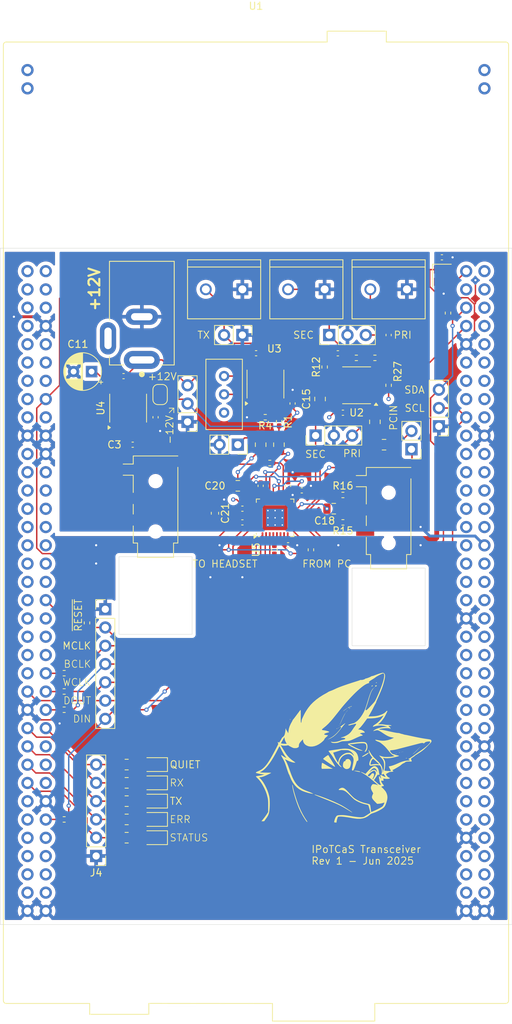
<source format=kicad_pcb>
(kicad_pcb (version 20241229) (generator "pcbnew") (generator_version "9.0")
  (layers (0 "F.Cu" signal) (4 "In1.Cu" signal) (6 "In2.Cu" signal) (2 "B.Cu" signal) (13 "F.Paste" user) (15 "B.Paste" user) (5 "F.SilkS" user "F.Silkscreen") (7 "B.SilkS" user "B.Silkscreen") (1 "F.Mask" user) (3 "B.Mask" user) (25 "Edge.Cuts" user))
  (net 0 "")
  (net 14 "+3.3VA")
  (net 58 "/PIEZO_TX_LO")
  (net 107 "GND")
  (net 108 "+3.3V")
  (net 109 "Net-(U4-CAP-)")
  (net 110 "+12V")
  (net 111 "-12V")
  (net 114 "Net-(U4-CAP+)")
  (net 115 "Net-(U2A-+)")
  (net 116 "Net-(D1-A)")
  (net 117 "Net-(D2-A)")
  (net 118 "Net-(D3-A)")
  (net 119 "Net-(D4-A)")
  (net 120 "Net-(D5-A)")
  (net 121 "/LED_QUIET")
  (net 122 "/LED_ERR")
  (net 123 "/LED_STATUS")
  (net 124 "/LED_RX")
  (net 125 "/LED_TX")
  (net 126 "Net-(JP1-A)")
  (net 127 "/LI_R")
  (net 128 "/PIEZO_TX")
  (net 129 "+5V")
  (net 130 "Net-(R3-Pad2)")
  (net 131 "Net-(R3-Pad1)")
  (net 133 "Net-(JP3-A)")
  (net 135 "/LI_L")
  (net 136 "/CODEC_DOUT")
  (net 137 "/CODEC_WCLK")
  (net 138 "/CODEC_BCLK")
  (net 139 "/CODEC_MCLK")
  (net 140 "/CODEC_DIN")
  (net 141 "/SCL")
  (net 142 "/SDA")
  (net 143 "Net-(U3-+)")
  (net 144 "/CODEC_~{RESET}")
  (net 145 "/AUDIO_CLK")
  (net 146 "/MICBIAS")
  (net 147 "/RX_PRI_PIEZO")
  (net 148 "/RX_SEC_PIEZO")
  (net 149 "Net-(U2B-+)")
  (net 150 "Net-(U5-REF)")
  (net 151 "/AVDD_1V8")
  (net 152 "/DVDD")
  (net 153 "/RX_PRI_MIC")
  (net 154 "Net-(U2A--)")
  (net 155 "/RX_SEC_MIC")
  (net 156 "Net-(U2B--)")
  (net 157 "/SPEAKER_OUT")
  (net 158 "Net-(U5-HPL)")
  (net 159 "Net-(U5-LOL)")
  (net 160 "/PC_OUT_MIXED")
  (net 161 "Net-(C18-Pad1)")
  (net 162 "Net-(U5-IN2_R)")
  (net 163 "Net-(C20-Pad2)")
  (net 164 "/HEADSET_MIC")
  (net 165 "/HEADSET_OUT")
  (net 166 "Net-(U5-HPR)")
  (net 167 "/PC_IN")
  (net 168 "Net-(U5-DOUT{slash}MFP2)")
  (net 177 "Net-(U1-PE2)")
  (net 178 "Net-(U1-PE4)")
  (net 179 "Net-(U1-PE5)")
  (net 180 "Net-(U1-PE6)")
  (net 181 "Net-(U5-LOR)")
  (net 184 "GNDA")
  (footprint "Capacitor_SMD:C_0402_1005Metric" (layer "F.Cu") (at 99.695 83.82)
    (property "Reference" "C10" (hide yes))
    (property "Value" "100nF")
  )
  (footprint "LED_SMD:LED_0805_2012Metric_Pad1.15x1.40mm_HandSolder" (layer "F.Cu") (at 73.455 137.795 180)
    (property "Reference" "D1" (hide yes))
    (property "Value" "LED")
  )
  (footprint "Capacitor_SMD:C_0603_1608Metric_Pad1.08x0.95mm_HandSolder" (layer "F.Cu") (at 81.915 97.79 -90)
    (property "Reference" "C21")
    (property "Value" "47µF")
  )
  (footprint "Capacitor_SMD:C_0805_2012Metric" (layer "F.Cu") (at 88.265 88.265 90)
    (property "Reference" "C16" (hide yes))
    (property "Value" "47µF")
  )
  (footprint "Capacitor_SMD:C_0402_1005Metric_Pad0.74x0.62mm_HandSolder" (layer "F.Cu") (at 98.9925 75.565 180)
    (property "Reference" "C7" (hide yes))
    (property "Value" "100nF")
  )
  (footprint "Resistor_SMD:R_0402_1005Metric_Pad0.72x0.64mm_HandSolder" (layer "F.Cu") (at 101.5625 76.2 180)
    (property "Reference" "R30" (hide yes))
    (property "Value" "220k")
  )
  (footprint "Connector_PinHeader_2.54mm:PinHeader_1x07_P2.54mm_Vertical" (layer "F.Cu") (at 66.675 111.125)
    (property "Reference" "J12" (hide yes))
    (property "Value" "Conn_01x07")
  )
  (footprint "Capacitor_SMD:C_0402_1005Metric" (layer "F.Cu") (at 88.265 93.98 90)
    (property "Reference" "C9" (hide yes))
    (property "Value" "100nF")
  )
  (footprint "Capacitor_SMD:C_0805_2012Metric" (layer "F.Cu") (at 85.09 93.98 180)
    (property "Reference" "C20")
    (property "Value" "47µF")
  )
  (footprint "Capacitor_SMD:C_0402_1005Metric" (layer "F.Cu") (at 93.98 94.615)
    (property "Reference" "C19" (hide yes))
    (property "Value" "100nF")
  )
  (footprint "LED_SMD:LED_0805_2012Metric_Pad1.15x1.40mm_HandSolder" (layer "F.Cu") (at 73.455 135.255 180)
    (property "Reference" "D2" (hide yes))
    (property "Value" "LED")
  )
  (footprint "LED_SMD:LED_0805_2012Metric_Pad1.15x1.40mm_HandSolder" (layer "F.Cu") (at 73.455 140.335 180)
    (property "Reference" "D4" (hide yes))
    (property "Value" "LED")
  )
  (footprint "Capacitor_SMD:C_0805_2012Metric" (layer "F.Cu") (at 98.425 97.155 180)
    (property "Reference" "C18")
    (property "Value" "47µF")
  )
  (footprint "Connector_PinHeader_2.54mm:PinHeader_1x06_P2.54mm_Vertical" (layer "F.Cu") (at 65.405 145.415 180)
    (property "Reference" "J4")
    (property "Value" "Conn_01x06")
  )
  (footprint "Connector_PinHeader_2.54mm:PinHeader_1x03_P2.54mm_Vertical" (layer "F.Cu") (at 78.105 85.09 180)
    (property "Reference" "J10" (hide yes))
    (property "Value" "Conn_01x03")
  )
  (footprint "Barrel:CUI_PJ-002B" (layer "F.Cu") (at 71.755 76.485 90)
    (property "Reference" "J5" (hide yes))
    (property "Value" "Barrel_Jack_Switch")
  )
  (footprint "ScrewTerminal:TE_282837-2" (layer "F.Cu") (at 94.615 66.675 180)
    (property "Reference" "J3" (hide yes))
    (property "Value" "Screw_Terminal_01x02")
  )
  (footprint "Resistor_SMD:R_0402_1005Metric" (layer "F.Cu") (at 60.96 120.015 180)
    (property "Reference" "R6" (hide yes))
    (property "Value" "10")
  )
  (footprint "Capacitor_SMD:C_0805_2012Metric" (layer "F.Cu") (at 90.805 88.265 90)
    (property "Reference" "C17" (hide yes))
    (property "Value" "47µF")
  )
  (footprint "Resistor_SMD:R_0805_2012Metric_Pad1.20x1.40mm_HandSolder" (layer "F.Cu") (at 69.645 132.715)
    (property "Reference" "R23" (hide yes))
    (property "Value" "1k")
  )
  (footprint "Connector_PinHeader_2.54mm:PinHeader_1x03_P2.54mm_Vertical" (layer "F.Cu") (at 95.9 86.995 90)
    (property "Reference" "J8" (hide yes))
    (property "Value" "Conn_01x03")
  )
  (footprint "Capacitor_THT:CP_Radial_D5.0mm_P2.50mm" (layer "F.Cu") (at 64.77 78.105 180)
    (property "Reference" "C11")
    (property "Value" "100µF")
  )
  (footprint "ScrewTerminal:TE_282837-2" (layer "F.Cu") (at 83.185 66.675 180)
    (property "Reference" "J1" (hide yes))
    (property "Value" "Screw_Terminal_01x02")
  )
  (footprint "Capacitor_SMD:C_0805_2012Metric" (layer "F.Cu") (at 104.14 85.09 -90)
    (property "Reference" "C14" (hide yes))
    (property "Value" "47µF")
  )
  (footprint "Resistor_SMD:R_0402_1005Metric" (layer "F.Cu") (at 89.535 90.805)
    (property "Reference" "R29" (hide yes))
    (property "Value" "2.2k")
  )
  (footprint "Capacitor_SMD:C_0402_1005Metric" (layer "F.Cu") (at 87.63 75.555 180)
    (property "Reference" "C2" (hide yes))
    (property "Value" "100nF")
  )
  (footprint "Connector_Audio:Jack_3.5mm_PJ320D_Horizontal" (layer "F.Cu") (at 73.66 95.555 90)
    (property "Reference" "J11" (hide yes))
    (property "Value" "AudioJack4")
  )
  (footprint "Capacitor_SMD:C_0402_1005Metric" (layer "F.Cu") (at 113.45 62.23)
    (property "Reference" "C1" (hide yes))
    (property "Value" "100nF")
  )
  (footprint "Potentiometer_THT:Potentiometer_Bourns_3296W_Vertical" (layer "F.Cu") (at 83.185 78.73 90)
    (property "Reference" "R3" (hide yes))
    (property "Value" "10k")
  )
  (footprint "Resistor_SMD:R_0402_1005Metric" (layer "F.Cu") (at 60.96 140.335 180)
    (property "Reference" "R7" (hide yes))
    (property "Value" "22")
  )
  (footprint "Resistor_SMD:R_0402_1005Metric" (layer "F.Cu") (at 64.135 113.03 90)
    (property "Reference" "R28" (hide yes))
    (property "Value" "10k")
  )
  (footprint "Capacitor_SMD:C_0402_1005Metric" (layer "F.Cu") (at 85.725 97.155 180)
    (property "Reference" "C22" (hide yes))
    (property "Value" "100nF")
  )
  (footprint "Capacitor_SMD:C_0402_1005Metric" (layer "F.Cu") (at 70.485 88.265)
    (property "Reference" "C3")
    (property "Value" "10µF")
  )
  (footprint "Package_DFN_QFN:QFN-32-1EP_5x5mm_P0.5mm_EP3.45x3.45mm_ThermalVias" (layer "F.Cu") (at 90.2725 98.425 90)
    (property "Reference" "U5")
    (property "Value" "~")
  )
  (footprint "Module:ST_Morpho_Connector_144_STLink" (layer "F.Cu") (at 55.865 64.15)
    (property "Reference" "U1")
    (property "Value" "NUCLEO144-F767ZI")
  )
  (footprint "Capacitor_SMD:C_0402_1005Metric" (layer "F.Cu") (at 92.075 93.98 90)
    (property "Reference" "C8" (hide yes))
    (property "Value" "100nF")
  )
  (footprint "Resistor_SMD:R_0402_1005Metric" (layer "F.Cu") (at 99.695 99.06 180)
    (property "Reference" "R15")
    (property "Value" "1k")
  )
  (footprint "LED_SMD:LED_0805_2012Metric_Pad1.15x1.40mm_HandSolder" (layer "F.Cu") (at 73.455 132.715 180)
    (property "Reference" "D3" (hide yes))
    (property "Value" "LED")
  )
  (footprint "Package_SO:SOIC-8_3.9x4.9mm_P1.27mm" (layer "F.Cu") (at 101.6 80.01 180)
    (property "Reference" "U2")
    (property "Value" "MCP602")
  )
  (footprint "Capacitor_SMD:C_0805_2012Metric" (layer "F.Cu") (at 105.41 88.265)
    (property "Reference" "C24" (hide yes))
    (property "Value" "47µF")
  )
  (footprint "Resistor_SMD:R_0402_1005Metric_Pad0.72x0.64mm_HandSolder" (layer "F.Cu") (at 104.14 76.2 180)
    (property "Reference" "R10" (hide yes))
    (property "Value" "470k")
  )
  (footprint "Connector_PinHeader_2.54mm:PinHeader_1x03_P2.54mm_Vertical" (layer "F.Cu") (at 97.79 73.025 90)
    (property "Reference" "J7" (hide yes))
    (property "Value" "Conn_01x03")
  )
  (footprint "Resistor_SMD:R_0402_1005Metric_Pad0.72x0.64mm_HandSolder" (layer "F.Cu") (at 97.155 77.47 90)
    (property "Reference" "R12")
    (property "Value" "470k")
  )
  (footprint "Resistor_SMD:R_0805_2012Metric_Pad1.20x1.40mm_HandSolder" (layer "F.Cu") (at 69.645 137.795)
    (property "Reference" "R21" (hide yes))
    (property "Value" "1k")
  )
  (footprint "Package_SO:SOIC-8_3.9x4.9mm_P1.27mm" (layer "F.Cu") (at 69.85 83.185 90)
    (property "Reference" "U4")
    (property "Value" "TC7662Bx0A")
  )
  (footprint "Capacitor_SMD:C_0402_1005Metric_Pad0.74x0.62mm_HandSolder" (layer "F.Cu") (at 106.045 73.025 -90)
    (property "Reference" "C6" (hide yes))
    (property "Value" "100nF")
  )
  (footprint "Package_SO:SOP-8_3.9x4.9mm_P1.27mm" (layer "F.Cu") (at 88.93 79.84 90)
    (property "Reference" "U3")
    (property "Value" "LM741")
  )
  (footprint "Resistor_SMD:R_0402_1005Metric" (layer "F.Cu") (at 114.3 69.975 -90)
    (property "Reference" "R2" (hide yes))
    (property "Value" "4.7k")
  )
  (footprint "Resistor_SMD:R_0805_2012Metric_Pad1.20x1.40mm_HandSolder" (layer "F.Cu") (at 69.645 135.255)
    (property "Reference" "R22" (hide yes))
    (property "Value" "1k")
  )
  (footprint "Resistor_SMD:R_0805_2012Metric_Pad1.20x1.40mm_HandSolder" (layer "F.Cu") (at 69.645 140.335)
    (property "Reference" "R24" (hide yes))
    (property "Value" "1k")
  )
  (footprint "Careers:salixwhat_1in" (layer "F.Cu") (at 99.695 130.175)
    (property "Reference" "G***" (hide yes))
    (property "Value" "LOGO" (hide yes))
  )
  (footprint "Connector_PinHeader_2.54mm:PinHeader_1x03_P2.54mm_Vertical" (layer "F.Cu") (at 113.03 85.71 180)
    (property "Reference" "J13" (hide yes))
    (property "Value" "Conn_01x03")
  )
  (footprint "Connector_PinSocket_2.54mm:PinSocket_1x02_P2.54mm_Vertical" (layer "F.Cu") (at 85.09 88.265 -90)
    (property "Reference" "J14" (hide yes))
    (property "Value" "Conn_01x02")
  )
  (footprint "Resistor_SMD:R_0402_1005Metric" (layer "F.Cu") (at 99.695 95.25 180)
    (property "Reference" "R16")
    (property "Value" "1k")
  )
  (footprint "Resistor_SMD:R_0402_1005Metric_Pad0.72x0.64mm_HandSolder" (layer "F.Cu") (at 90.835 85.0525 90)
    (property "Reference" "R1")
    (property "Value" "1k")
  )
  (footprint "Resistor_SMD:R_0402_1005Metric_Pad0.72x0.64mm_HandSolder" (layer "F.Cu") (at 88.9 84.445 180)
    (property "Reference" "R4")
    (property "Value" "22k")
  )
  (footprint "Connector_PinHeader_2.54mm:PinHeader_1x02_P2.54mm_Vertical" (layer "F.Cu") (at 109.22 88.9 180)
    (property "Reference" "JP1" (hide yes))
    (property "Value" "Jumper_2_Open")
  )
  (footprint "Capacitor_SMD:C_0402_1005Metric" (layer "F.Cu") (at 73.66 84.455 -90)
    (property "Reference" "C4" (hide yes))
    (property "Value" "10µF")
  )
  (footprint "Resistor_SMD:R_0402_1005Metric" (layer "F.Cu") (at 90.17 102.87 90)
    (property "Reference" "R11" (hide yes))
    (property "Value" "22")
  )
  (footprint "LED_SMD:LED_0805_2012Metric_Pad1.15x1.40mm_HandSolder" (layer "F.Cu") (at 73.455 142.875 180)
    (property "Reference" "D5" (hide yes))
    (property "Value" "LED")
  )
  (footprint "ScrewTerminal:TE_282837-2" (layer "F.Cu") (at 106.045 66.675 180)
    (property "Reference" "J2" (hide yes))
    (property "Value" "Screw_Terminal_01x02")
  )
  (footprint "Connector_PinHeader_2.54mm:PinHeader_1x02_P2.54mm_Vertical" (layer "F.Cu") (at 85.725 73.025 -90)
    (property "Reference" "J9" (hide yes))
    (property "Value" "Conn_01x02")
  )
  (footprint "Capacitor_SMD:C_0402_1005Metric" (layer "F.Cu") (at 92.7 82.54 90)
    (property "Reference" "C5" (hide yes))
    (property "Value" "100nF")
  )
  (footprint "Jumper:SolderJumper-2_P1.3mm_Bridged_RoundedPad1.0x1.5mm" (layer "F.Cu") (at 74.295 81.295 -90)
    (property "Reference" "JP3" (hide yes))
    (property "Value" "SolderJumper_2_Bridged")
  )
  (footprint "Capacitor_SMD:C_0402_1005Metric" (layer "F.Cu") (at 69.215 78.74 180)
    (property "Reference" "C12" (hide yes))
    (property "Value" "100nF")
  )
  (footprint "Resistor_SMD:R_0402_1005Metric" (layer "F.Cu") (at 60.96 125.095 180)
    (property "Reference" "R9" (hide yes))
    (property "Value" "22")
  )
  (footprint "Resistor_SMD:R_0402_1005Metric" (layer "F.Cu") (at 95.25 102.87 90)
    (property "Reference" "R5" (hide yes))
    (property "Value" "4.7k")
  )
  (footprint "Resistor_SMD:R_0402_1005Metric_Pad0.72x0.64mm_HandSolder" (layer "F.Cu") (at 106.045 80.01 90)
    (property "Reference" "R27")
    (property "Value" "220k")
  )
  (footprint "Capacitor_SMD:C_0402_1005Metric" (layer "F.Cu") (at 92.075 102.235)
    (property "Reference" "C23" (hide yes))
    (property "Value" "100nF")
  )
  (footprint "Capacitor_SMD:C_0805_2012Metric" (layer "F.Cu") (at 96.52 81.915 -90)
    (property "Reference" "C15")
    (property "Value" "47µF")
  )
  (footprint "Resistor_SMD:R_0402_1005Metric" (layer "F.Cu") (at 60.96 122.555 180)
    (property "Reference" "R8" (hide yes))
    (property "Value" "22")
  )
  (footprint "Oscillator:Oscillator_SMD_SeikoEpson_SG210-4Pin_2.5x2.0mm" (layer "F.Cu") (at 113.45 64.785 -90)
    (property "Reference" "Y1" (hide yes))
    (property "Value" "SG-210STF")
  )
  (footprint "Connector_Audio:Jack_3.5mm_PJ320D_Horizontal" (layer "F.Cu") (at 106.045 97.155 90)
    (property "Reference" "J6" (hide yes))
    (property "Value" "AudioJack4")
  )
  (footprint "Capacitor_SMD:C_0402_1005Metric" (layer "F.Cu") (at 85.725 99.06 180)
    (property "Reference" "C13" (hide yes))
    (property "Value" "100nF")
  )
  (footprint "Resistor_SMD:R_0805_2012Metric_Pad1.20x1.40mm_HandSolder" (layer "F.Cu") (at 69.645 142.875)
    (property "Reference" "R25" (hide yes))
    (property "Value" "1k")
  )
  (gr_line (start 75.565 83.82) (end 76.2 83.185) (stroke (width 0.1)) (layer "F.SilkS"))
  (gr_line (start 76.2 83.185) (end 76.2 83.82) (stroke (width 0.1)) (layer "F.SilkS"))
  (gr_line (start 76.2 83.185) (end 75.565 83.185) (stroke (width 0.1)) (layer "F.SilkS"))
  (gr_line (start 75.565 83.185) (end 76.2 83.185) (stroke (width 0.1)) (layer "F.SilkS"))
  (gr_rect (start 68.58 103.8225) (end 78.74 114.6175) (stroke (width 0.05)) (fill no) (layer "Edge.Cuts"))
  (gr_rect (start 52.07 60.96) (end 123.19 154.94) (stroke (width 0.05)) (fill no) (layer "Edge.Cuts"))
  (gr_rect (start 100.965 105.41) (end 111.125 116.205) (stroke (width 0.05)) (fill no) (layer "Edge.Cuts"))
  (gr_text "ERR" (at 75.565 140.335 0) (layer "F.SilkS") (effects (font (size 1 1) (thickness 0.1)) (justify left)))
  (gr_text "STATUS" (at 75.565 142.875 0) (layer "F.SilkS") (effects (font (size 1 1) (thickness 0.1)) (justify left)))
  (gr_text "IPoTCaS Transceiver\nRev 1 - Jun 2025" (at 95.25 146.685 0) (layer "F.SilkS") (effects (font (size 1 1) (thickness 0.125)) (justify left bottom)))
  (gr_text "TX" (at 81.28 73.025 0) (layer "F.SilkS") (effects (font (size 1 1) (thickness 0.125)) (justify right)))
  (gr_text "RX" (at 75.565 135.255 0) (layer "F.SilkS") (effects (font (size 1 1) (thickness 0.1)) (justify left)))
  (gr_text "-12V" (at 76.2 88.265 90) (layer "F.SilkS") (effects (font (size 1 1) (thickness 0.125)) (justify left bottom)))
  (gr_text "TX" (at 75.565 137.795 0) (layer "F.SilkS") (effects (font (size 1 1) (thickness 0.125)) (justify left)))
  (gr_text "PCIN" (at 107.315 86.36 90) (layer "F.SilkS") (effects (font (size 1 1) (thickness 0.125)) (justify left bottom)))
  (gr_text "MCLK" (at 64.77 116.205 0) (layer "F.SilkS") (effects (font (size 1 1) (thickness 0.125)) (justify right)))
  (gr_text "+12V" (at 66.04 69.85 90) (layer "F.SilkS") (effects (font (size 1.5 1.5) (thickness 0.3) (bold yes)) (justify left bottom)))
  (gr_text "SEC" (at 92.71 73.025 0) (layer "F.SilkS") (effects (font (size 1 1) (thickness 0.125)) (justify left)))
  (gr_text "FROM PC" (at 93.98 105.41 0) (layer "F.SilkS") (effects (font (size 1 1) (thickness 0.125)) (justify left bottom)))
  (gr_text "~{RESET}" (at 63.5 114.3 90) (layer "F.SilkS") (effects (font (size 1 1) (thickness 0.125)) (justify left bottom)))
  (gr_text "QUIET" (at 75.565 132.715 0) (layer "F.SilkS") (effects (font (size 1 1) (thickness 0.125)) (justify left)))
  (gr_text "BCLK" (at 64.77 118.745 0) (layer "F.SilkS") (effects (font (size 1 1) (thickness 0.1)) (justify right)))
  (gr_text "DIN" (at 64.77 126.365 0) (layer "F.SilkS") (effects (font (size 1 1) (thickness 0.1)) (justify right)))
  (gr_text "SEC" (at 95.885 89 0) (layer "F.SilkS") (effects (font (size 1 1) (thickness 0.125)) (justify top)))
  (gr_text "+12V" (at 74.595 79.375 0) (layer "F.SilkS") (effects (font (size 1 1) (thickness 0.125)) (justify bottom)))
  (gr_text "DOUT" (at 64.77 123.825 0) (layer "F.SilkS") (effects (font (size 1 1) (thickness 0.1)) (justify right)))
  (gr_text "SDA" (at 111.125 80.645 0) (layer "F.SilkS") (effects (font (size 1 1) (thickness 0.125)) (justify right)))
  (gr_text "PRI" (at 106.68 73.025 0) (layer "F.SilkS") (effects (font (size 1 1) (thickness 0.125)) (justify left)))
  (gr_text "TO HEADSET" (at 78.74 105.41 0) (layer "F.SilkS") (effects (font (size 1 1) (thickness 0.125)) (justify left bottom)))
  (gr_text "PRI" (at 100.965 88.9 0) (layer "F.SilkS") (effects (font (size 1 1) (thickness 0.125)) (justify top)))
  (gr_text "SCL" (at 111.125 83.185 0) (layer "F.SilkS") (effects (font (size 1 1) (thickness 0.125)) (justify right)))
  (gr_text "WCLK" (at 64.77 121.285 0) (layer "F.SilkS") (effects (font (size 1 1) (thickness 0.1)) (justify right)))
  (segment (start 99.125 83.73) (end 99.215 83.82) (width 0.2) (layer "F.Cu") (net 14))
  (segment (start 102.16 79.144968) (end 102.16 76.2) (width 0.2) (layer "F.Cu") (net 14))
  (segment (start 84.935 95.885) (end 84.455 95.885) (width 0.2) (layer "F.Cu") (net 14))
  (segment (start 101.188032 81.915) (end 103.059032 80.044) (width 0.2) (layer "F.Cu") (net 14))
  (segment (start 86.205 97.155) (end 84.935 95.885) (width 0.2) (layer "F.Cu") (net 14))
  (segment (start 87.835 97.175) (end 86.225 97.175) (width 0.2) (layer "F.Cu") (net 14))
  (segment (start 86.225 97.175) (end 86.205 97.155) (width 0.2) (layer "F.Cu") (net 14))
  (segment (start 98.425 83.82) (end 97.79 84.455) (width 0.2) (layer "F.Cu") (net 14))
  (segment (start 99.125 81.915) (end 101.188032 81.915) (width 0.2) (layer "F.Cu") (net 14))
  (segment (start 106.045 80.6075) (end 106.045 81.915) (width 0.2) (layer "F.Cu") (net 14))
  (segment (start 99.125 81.915) (end 99.125 83.73) (width 0.2) (layer "F.Cu") (net 14))
  (segment (start 107.9875 80.6075) (end 106.045 80.6075) (width 0.2) (layer "F.Cu") (net 14))
  (segment (start 103.059032 80.044) (end 102.16 79.144968) (width 0.2) (layer "F.Cu") (net 14))
  (segment (start 105.4815 80.044) (end 106.045 80.6075) (width 0.2) (layer "F.Cu") (net 14))
  (segment (start 116.825 71.77) (end 107.9875 80.6075) (width 0.2) (layer "F.Cu") (net 14))
  (segment (start 99.215 83.82) (end 98.425 83.82) (width 0.2) (layer "F.Cu") (net 14))
  (segment (start 103.059032 80.044) (end 105.4815 80.044) (width 0.2) (layer "F.Cu") (net 14))
  (via (at 84.455 95.885) (size 0.6) (drill 0.3) (layers "F.Cu" "B.Cu") (net 14))
  (via (at 106.045 81.915) (size 0.6) (drill 0.3) (layers "F.Cu" "B.Cu") (net 14))
  (via (at 97.79 84.455) (size 0.6) (drill 0.3) (layers "F.Cu" "B.Cu") (net 14))
  (segment (start 90.805 85.68) (end 90.835 85.65) (width 0.2) (layer "F.Cu") (net 58))
  (segment (start 90.805 87.315) (end 90.805 85.68) (width 0.2) (layer "F.Cu") (net 58))
  (segment (start 86.056 98.249) (end 87.761 98.249) (width 0.2) (layer "F.Cu") (net 107))
  (segment (start 91.921 101.601) (end 92.555 102.235) (width 0.2) (layer "F.Cu") (net 107))
  (segment (start 91.5225 100.8625) (end 91.5225 101.315798) (width 0.2) (layer "F.Cu") (net 107))
  (segment (start 118.11 68.61924) (end 118.11 65.405) (width 0.2) (layer "F.Cu") (net 107))
  (segment (start 97.79 102.235) (end 99.06 102.235) (width 0.2) (layer "F.Cu") (net 107))
  (segment (start 113.93 62.23) (end 114.935 62.23) (width 0.2) (layer "F.Cu") (net 107))
  (segment (start 117.976 73.159) (end 117.976 68.75324) (width 0.2) (layer "F.Cu") (net 107))
  (segment (start 92.71 98.675) (end 94.23 98.675) (width 0.2) (layer "F.Cu") (net 107))
  (segment (start 85.245 99.06) (end 86.056 98.249) (width 0.2) (layer "F.Cu") (net 107))
  (segment (start 116.825 74.31) (end 117.976 73.159) (width 0.2) (layer "F.Cu") (net 107))
  (segment (start 55.865 125.11) (end 57.254 126.499) (width 0.2) (layer "F.Cu") (net 107))
  (segment (start 92.555 102.235) (end 93.345 102.235) (width 0.2) (layer "F.Cu") (net 107))
  (segment (start 94.23 98.675) (end 97.79 102.235) (width 0.2) (layer "F.Cu") (net 107))
  (segment (start 57.254 126.499) (end 59.824 126.499) (width 0.2) (layer "F.Cu") (net 107))
  (segment (start 117.976 68.75324) (end 117.06376 67.841) (width 0.2) (layer "F.Cu") (net 107))
  (segment (start 59.824 126.499) (end 60.325 127) (width 0.2) (layer "F.Cu") (net 107))
  (segment (start 91.807702 101.601) (end 91.921 101.601) (width 0.2) (layer "F.Cu") (net 107))
  (segment (start 57.12 70.485) (end 53.975 70.485) (width 0.4) (layer "F.Cu") (net 107))
  (segment (start 58.405 71.77) (end 57.12 70.485) (width 0.4) (layer "F.Cu") (net 107))
  (segment (start 113.695 67.28) (end 112.8 66.385) (width 0.2) (layer "F.Cu") (net 107))
  (segment (start 117.976 68.75324) (end 118.11 68.61924) (width 0.2) (layer "F.Cu") (net 107))
  (segment (start 117.06376 67.841) (end 114.256 67.841) (width 0.2) (layer "F.Cu") (net 107))
  (segment (start 87.761 98.249) (end 87.835 98.175) (width 0.2) (layer "F.Cu") (net 107))
  (segment (start 91.5225 101.315798) (end 91.807702 101.601) (width 0.2) (layer "F.Cu") (net 107))
  (segment (start 112.8 66.385) (end 112.8 65.635) (width 0.2) (layer "F.Cu") (net 107))
  (segment (start 82.55 100.965) (end 82.55 102.235) (width 0.2) (layer "F.Cu") (net 107))
  (segment (start 114.256 67.841) (end 113.695 67.28) (width 0.2) (layer "F.Cu") (net 107))
  (segment (start 85.245 99.06) (end 84.455 99.06) (width 0.2) (layer "F.Cu") (net 107))
  (segment (start 84.455 99.06) (end 82.55 100.965) (width 0.2) (layer "F.Cu") (net 107))
  (via (at 118.11 65.405) (size 0.6) (drill 0.3) (layers "F.Cu" "B.Cu") (net 107))
  (via (at 53.975 70.485) (size 0.6) (drill 0.3) (layers "F.Cu" "B.Cu") (net 107))
  (via (at 65.405 104.775) (size 0.6) (drill 0.3) (layers "F.Cu" "B.Cu") (net 107))
  (via (at 99.06 102.235) (size 0.6) (drill 0.3) (layers "F.Cu" "B.Cu") (net 107))
  (via (at 110.49 102.235) (size 0.6) (drill 0.3) (layers "F.Cu" "B.Cu") (net 107))
  (via (at 113.695 67.28) (size 0.6) (drill 0.3) (layers "F.Cu" "B.Cu") (net 107))
  (via (at 60.325 127) (size 0.6) (drill 0.3) (layers "F.Cu" "B.Cu") (net 107))
  (via (at 85.725 106.68) (size 0.6) (drill 0.3) (layers "F.Cu" "B.Cu") (net 107))
  (via (at 93.345 102.235) (size 0.6) (drill 0.3) (layers "F.Cu" "B.Cu") (net 107))
  (via (at 65.405 102.235) (size 0.6) (drill 0.3) (layers "F.Cu" "B.Cu") (net 107))
  (via (at 114.935 62.23) (size 0.6) (drill 0.3) (layers "F.Cu" "B.Cu") (net 107))
  (via (at 81.28 106.68) (size 0.6) (drill 0.3) (layers "F.Cu" "B.Cu") (net 107))
  (via (at 82.55 102.235) (size 0.6) (drill 0.3) (layers "F.Cu" "B.Cu") (net 107))
  (segment (start 112.97 62.23) (end 112.97 63.765) (width 0.2) (layer "F.Cu") (net 108))
  (segment (start 60.325 80.01) (end 58.405 81.93) (width 0.2) (layer "F.Cu") (net 108))
  (segment (start 57.15 102.62276) (end 57.92824 103.401) (width 0.2) (layer "F.Cu") (net 108))
  (segment (start 60.325 67.945) (end 60.325 80.01) (width 0.2) (layer "F.Cu") (net 108))
  (segment (start 57.15 83.185) (end 57.15 102.62276) (width 0.2) (layer "F.Cu") (net 108))
  (segment (start 91.0225 101.9725) (end 91.285 102.235) (width 0.2) (layer "F.Cu") (net 108))
  (segment (start 86.3639 99.884) (end 85.99066 99.884) (width 0.2) (layer "F.Cu") (net 108))
  (segment (start 87.0729 99.175) (end 86.3639 99.884) (width 0.2) (layer "F.Cu") (net 108))
  (segment (start 114.3 68.83) (end 114.3 69.465) (width 0.2) (layer "F.Cu") (net 108))
  (segment (start 91.285 102.235) (end 91.595 102.235) (width 0.2) (layer "F.Cu") (net 108))
  (segment (start 111.76 63.935) (end 111.76 66.29) (width 0.2) (layer "F.Cu") (net 108))
  (segment (start 91.595 102.235) (end 91.595 102.545) (width 0.2) (layer "F.Cu") (net 108))
  (segment (start 111.76 66.29) (end 114.3 68.83) (width 0.2) (layer "F.Cu") (net 108))
  (segment (start 68.682558 102.87) (end 83.82 102.87) (width 0.2) (layer "F.Cu") (net 108))
  (segment (start 91.595 102.545) (end 92.43 103.38) (width 0.2) (layer "F.Cu") (net 108))
  (segment (start 91.0225 100.8625) (end 91.0225 101.9725) (width 0.2) (layer "F.Cu") (net 108))
  (segment (start 111.76 63.935) (end 112.8 63.935) (width 0.2) (layer "F.Cu") (net 108))
  (segment (start 87.835 99.175) (end 87.0729 99.175) (width 0.2) (layer "F.Cu") (net 108))
  (segment (start 64.77 64.135) (end 64.97 63.935) (width 0.2) (layer "F.Cu") (net 108))
  (segment (start 114.1 63.935) (end 112.8 63.935) (width 0.2) (layer "F.Cu") (net 108))
  (segment (start 83.82 102.05466) (end 83.82 102.87) (width 0.2) (layer "F.Cu") (net 108))
  (segment (start 57.92824 103.401) (end 68.151558 103.401) (width 0.2) (layer "F.Cu") (net 108))
  (segment (start 64.135 64.135) (end 60.325 67.945) (width 0.2) (layer "F.Cu") (net 108))
  (segment (start 58.405 81.93) (end 57.15 83.185) (width 0.2) (layer "F.Cu") (net 108))
  (segment (start 95.25 103.38) (end 92.43 103.38) (width 0.2) (layer "F.Cu") (net 108))
  (segment (start 64.97 63.935) (end 111.76 63.935) (width 0.2) (layer "F.Cu") (net 108))
  (segment (start 85.99066 99.884) (end 83.82 102.05466) (width 0.2) (layer "F.Cu") (net 108))
  (segment (start 68.151558 103.401) (end 68.682558 102.87) (width 0.2) (layer "F.Cu") (net 108))
  (segment (start 112.97 63.765) (end 112.8 63.935) (width 0.2) (layer "F.Cu") (net 108))
  (segment (start 64.135 64.135) (end 64.77 64.135) (width 0.2) (layer "F.Cu") (net 108))
  (via (at 92.43 103.38) (size 0.6) (drill 0.3) (layers "F.Cu" "B.Cu") (net 108))
  (via (at 83.82 102.87) (size 0.6) (drill 0.3) (layers "F.Cu" "B.Cu") (net 108))
  (segment (start 83.82 102.87) (end 91.92 102.87) (width 0.2) (layer "B.Cu") (net 108))
  (segment (start 91.92 102.87) (end 92.43 103.38) (width 0.2) (layer "B.Cu") (net 108))
  (segment (start 70.965 88.265) (end 71.755 87.475) (width 0.2) (layer "F.Cu") (net 109))
  (segment (start 71.755 87.475) (end 71.755 85.66) (width 0.2) (layer "F.Cu") (net 109))
  (segment (start 74.58 76.485) (end 78.105 80.01) (width 0.2) (layer "F.Cu") (net 110))
  (segment (start 83.171 74.944) (end 87.499 74.944) (width 0.2) (layer "F.Cu") (net 110))
  (segment (start 67.945 79.735001) (end 67.945 80.71) (width 0.2) (layer "F.Cu") (net 110))
  (segment (start 69.695 78.74) (end 69.001 79.434) (width 0.2) (layer "F.Cu") (net 110))
  (segment (start 65.34 78.105) (end 64.77 78.105) (width 0.2) (layer "F.Cu") (net 110))
  (segment (start 67.945 85.66) (end 67.945 80.71) (width 0.2) (layer "F.Cu") (net 110))
  (segment (start 88.11 77.03) (end 88.295 77.215) (width 0.2) (layer "F.Cu") (net 110))
  (segment (start 69.695 78.545) (end 69.695 78.74) (width 0.2) (layer "F.Cu") (net 110))
  (segment (start 71.755 76.485) (end 69.695 78.545) (width 0.2) (layer "F.Cu") (net 110))
  (segment (start 71.755 76.485) (end 74.58 76.485) (width 0.2) (layer "F.Cu") (net 110))
  (segment (start 87.499 74.944) (end 88.11 75.555) (width 0.2) (layer "F.Cu") (net 110))
  (segment (start 88.41 77.1) (end 88.295 77.215) (width 0.2) (layer "F.Cu") (net 110))
  (segment (start 88.11 75.555) (end 88.11 77.03) (width 0.2) (layer "F.Cu") (net 110))
  (segment (start 67.945 80.71) (end 65.34 78.105) (width 0.2) (layer "F.Cu") (net 110))
  (segment (start 78.105 80.01) (end 83.171 74.944) (width 0.2) (layer "F.Cu") (net 110))
  (segment (start 68.246001 79.434) (end 67.945 79.735001) (width 0.2) (layer "F.Cu") (net 110))
  (segment (start 69.001 79.434) (end 68.246001 79.434) (width 0.2) (layer "F.Cu") (net 110))
  (segment (start 73.66 83.975) (end 73.66 82.58) (width 0.2) (layer "F.Cu") (net 111))
  (segment (start 90.835 82.465) (end 91.39 83.02) (width 0.2) (layer "F.Cu") (net 111))
  (segment (start 92.7 83.02) (end 92.7 83.175) (width 0.2) (layer "F.Cu") (net 111))
  (segment (start 77.5 81.945) (end 78.105 82.55) (width 0.2) (layer "F.Cu") (net 111))
  (segment (start 92.7 83.175) (end 93.345 83.82) (width 0.2) (layer "F.Cu") (net 111))
  (segment (start 74.295 81.945) (end 77.5 81.945) (width 0.2) (layer "F.Cu") (net 111))
  (segment (start 73.66 82.58) (end 74.295 81.945) (width 0.2) (layer "F.Cu") (net 111))
  (segment (start 91.39 83.02) (end 92.7 83.02) (width 0.2) (layer "F.Cu") (net 111))
  (via (at 93.345 83.82) (size 0.6) (drill 0.3) (layers "F.Cu" "B.Cu") (net 111))
  (segment (start 91.44 85.725) (end 81.28 85.725) (width 0.2) (layer "B.Cu") (net 111))
  (segment (start 93.345 83.82) (end 91.44 85.725) (width 0.2) (layer "B.Cu") (net 111))
  (segment (start 81.28 85.725) (end 78.105 82.55) (width 0.2) (layer "B.Cu") (net 111))
  (segment (start 70.005 88.265) (end 69.215 87.475) (width 0.2) (layer "F.Cu") (net 114))
  (segment (start 69.215 87.475) (end 69.215 85.66) (width 0.2) (layer "F.Cu") (net 114))
  (segment (start 104.7375 76.2) (end 105.41 76.2) (width 0.2) (layer "F.Cu") (net 115))
  (segment (start 104.1125 79.4125) (end 104.075 79.375) (width 0.2) (layer "F.Cu") (net 115))
  (segment (start 106.045 79.4125) (end 104.1125 79.4125) (width 0.2) (layer "F.Cu") (net 115))
  (segment (start 106.045 76.835) (end 106.045 79.4125) (width 0.2) (layer "F.Cu") (net 115))
  (segment (start 106.045 73.5925) (end 106.045 76.835) (width 0.2) (layer "F.Cu") (net 115))
  (segment (start 105.41 76.2) (end 106.045 76.835) (width 0.2) (layer "F.Cu") (net 115))
  (segment (start 70.645 137.795) (end 72.6675 137.795) (width 0.2) (layer "F.Cu") (net 116))
  (segment (start 72.6675 135.255) (end 70.645 135.255) (width 0.2) (layer "F.Cu") (net 117))
  (segment (start 70.645 132.715) (end 72.6675 132.715) (width 0.2) (layer "F.Cu") (net 118))
  (segment (start 72.6675 140.335) (end 70.645 140.335) (width 0.2) (layer "F.Cu") (net 119))
  (segment (start 70.645 142.875) (end 72.6675 142.875) (width 0.2) (layer "F.Cu") (net 120))
  (segment (start 63.47 132.715) (end 65.405 132.715) (width 0.2) (layer "F.Cu") (net 121))
  (segment (start 58.405 127.65) (end 63.47 132.715) (width 0.2) (layer "F.Cu") (net 121))
  (segment (start 65.405 132.715) (end 68.645 132.715) (width 0.2) (layer "F.Cu") (net 121))
  (segment (start 65.405 140.335) (end 58.951 133.881) (width 0.2) (layer "F.Cu") (net 122))
  (segment (start 57.016 133.881) (end 55.865 132.73) (width 0.2) (layer "F.Cu") (net 122))
  (segment (start 68.645 140.335) (end 65.405 140.335) (width 0.2) (layer "F.Cu") (net 122))
  (segment (start 58.951 133.881) (end 57.016 133.881) (width 0.2) (layer "F.Cu") (net 122))
  (segment (start 55.865 135.27) (end 57.016 136.421) (width 0.2) (layer "F.Cu") (net 123))
  (segment (start 64.135 141.605) (end 65.405 142.875) (width 0.2) (layer "F.Cu") (net 123))
  (segment (start 57.016 136.421) (end 60.435943 136.421) (width 0.2) (layer "F.Cu") (net 123))
  (segment (start 64.135 140.120057) (end 64.135 141.605) (width 0.2) (layer "F.Cu") (net 123))
  (segment (start 65.405 142.875) (end 68.645 142.875) (width 0.2) (layer "F.Cu") (net 123))
  (segment (start 60.435943 136.421) (end 64.135 140.120057) (width 0.2) (layer "F.Cu") (net 123))
  (segment (start 55.865 127.65) (end 57.12 128.905) (width 0.2) (layer "F.Cu") (net 124))
  (segment (start 68.645 135.255) (end 65.405 135.255) (width 0.2) (layer "F.Cu") (net 124))
  (segment (start 59.055 128.905) (end 65.405 135.255) (width 0.2) (layer "F.Cu") (net 124))
  (segment (start 57.12 128.905) (end 59.055 128.905) (width 0.2) (layer "F.Cu") (net 124))
  (segment (start 65.405 137.795) (end 68.645 137.795) (width 0.2) (layer "F.Cu") (net 125))
  (segment (start 58.951 131.341) (end 65.405 137.795) (width 0.2) (layer "F.Cu") (net 125))
  (segment (start 57.016 131.341) (end 58.951 131.341) (width 0.2) (layer "F.Cu") (net 125))
  (segment (start 55.865 130.19) (end 57.016 131.341) (width 0.2) (layer "F.Cu") (net 125))
  (segment (start 109.295 92.23) (end 109.295 88.975) (width 0.2) (layer "F.Cu") (net 126))
  (segment (start 109.295 88.975) (end 109.22 88.9) (width 0.2) (layer "F.Cu") (net 126))
  (segment (start 100.175 99.06) (end 101.065 99.06) (width 0.2) (layer "F.Cu") (net 127))
  (segment (start 101.065 99.06) (end 102.795 97.33) (width 0.2) (layer "F.Cu") (net 127))
  (segment (start 90.494032 76.089) (end 91.175968 76.089) (width 0.2) (layer "F.Cu") (net 128))
  (segment (start 87.66855 74.176) (end 84.336 74.176) (width 0.2) (layer "F.Cu") (net 128))
  (segment (start 89.565 76.07245) (end 87.66855 74.176) (width 0.2) (layer "F.Cu") (net 128))
  (segment (start 83.185 73.025) (end 83.185 69.215) (width 0.2) (layer "F.Cu") (net 128))
  (segment (start 89.565 77.215) (end 89.565 76.07245) (width 0.2) (layer "F.Cu") (net 128))
  (segment (start 84.336 74.176) (end 83.185 73.025) (width 0.2) (layer "F.Cu") (net 128))
  (segment (start 89.565 77.018032) (end 90.494032 76.089) (width 0.2) (layer "F.Cu") (net 128))
  (segment (start 89.565 77.215) (end 89.565 77.018032) (width 0.2) (layer "F.Cu") (net 128))
  (segment (start 83.185 69.215) (end 80.645 66.675) (width 0.2) (layer "F.Cu") (net 128))
  (segment (start 88.9 81.663032) (end 88.9 83.8475) (width 0.2) (layer "F.Cu") (net 128))
  (segment (start 91.436 76.349032) (end 91.436 79.127032) (width 0.2) (layer "F.Cu") (net 128))
  (segment (start 91.175968 76.089) (end 91.436 76.349032) (width 0.2) (layer "F.Cu") (net 128))
  (segment (start 91.436 79.127032) (end 88.9 81.663032) (width 0.2) (layer "F.Cu") (net 128))
  (segment (start 88.9 83.8475) (end 88.3025 84.445) (width 0.2) (layer "F.Cu") (net 128))
  (segment (start 83.185 81.27) (end 85.83 81.27) (width 0.2) (layer "F.Cu") (net 130))
  (segment (start 85.83 81.27) (end 87.025 82.465) (width 0.2) (layer "F.Cu") (net 130))
  (segment (start 90.144999 78.73) (end 90.835 78.039999) (width 0.2) (layer "F.Cu") (net 131))
  (segment (start 90.835 78.039999) (end 90.835 77.215) (width 0.2) (layer "F.Cu") (net 131))
  (segment (start 83.185 78.73) (end 90.144999 78.73) (width 0.2) (layer "F.Cu") (net 131))
  (segment (start 71.755 80.71) (end 74.23 80.71) (width 0.2) (layer "F.Cu") (net 133))
  (segment (start 74.23 80.71) (end 74.295 80.645) (width 0.2) (layer "F.Cu") (net 133))
  (segment (start 100.875 95.25) (end 102.795 93.33) (width 0.2) (layer "F.Cu") (net 135))
  (segment (start 100.175 95.25) (end 100.875 95.25) (width 0.2) (layer "F.Cu") (net 135))
  (segment (start 57.12 123.825) (end 55.865 122.57) (width 0.2) (layer "F.Cu") (net 136))
  (segment (start 90.17 108.585) (end 74.93 123.825) (width 0.2) (layer "F.Cu") (net 136))
  (segment (start 74.93 123.825) (end 66.675 123.825) (width 0.2) (layer "F.Cu") (net 136))
  (segment (start 66.675 123.825) (end 57.12 123.825) (width 0.2) (layer "F.Cu") (net 136))
  (segment (start 90.17 103.38) (end 90.17 108.585) (width 0.2) (layer "F.Cu") (net 136))
  (segment (start 65.405 122.555) (end 61.47 122.555) (width 0.2) (layer "F.Cu") (net 137))
  (segment (start 89.5225 100.8625) (end 89.5225 101.4339) (width 0.2) (layer "F.Cu") (net 137))
  (segment (start 88.9 102.0564) (end 88.9 107.315) (width 0.2) (layer "F.Cu") (net 137))
  (segment (start 89.5225 101.4339) (end 88.9 102.0564) (width 0.2) (layer "F.Cu") (net 137))
  (segment (start 66.675 121.285) (end 65.405 122.555) (width 0.2) (layer "F.Cu") (net 137))
  (segment (start 88.9 107.315) (end 74.93 121.285) (width 0.2) (layer "F.Cu") (net 137))
  (segment (start 74.93 121.285) (end 66.675 121.285) (width 0.2) (layer "F.Cu") (net 137))
  (segment (start 89.0225 100.8625) (end 89.0225 101.315798) (width 0.2) (layer "F.Cu") (net 138))
  (segment (start 88.265 102.073298) (end 88.265 107.3829) (width 0.2) (layer "F.Cu") (net 138))
  (segment (start 61.47 125.095) (end 62.23 125.095) (width 0.2) (layer "F.Cu") (net 138))
  (segment (start 88.265 107.3829) (end 76.9029 118.745) (width 0.2) (layer "F.Cu") (net 138))
  (segment (start 62.23 125.095) (end 62.865 124.46) (width 0.2) (layer "F.Cu") (net 138))
  (segment (start 89.0225 101.315798) (end 88.265 102.073298) (width 0.2) (layer "F.Cu") (net 138))
  (segment (start 76.9029 118.745) (end 66.675 118.745) (width 0.2) (layer "F.Cu") (net 138))
  (via (at 62.865 124.46) (size 0.6) (drill 0.3) (layers "F.Cu" "B.Cu") (net 138))
  (segment (start 62.865 124.46) (end 62.865 122.555) (width 0.2) (layer "B.Cu") (net 138))
  (segment (start 62.865 122.555) (end 66.675 118.745) (width 0.2) (layer "B.Cu") (net 138))
  (segment (start 87.63 101.755) (end 88.5225 100.8625) (width 0.2) (layer "F.Cu") (net 139))
  (segment (start 61.47 120.015) (end 62.865 120.015) (width 0.2) (layer "F.Cu") (net 139))
  (segment (start 62.865 120.015) (end 66.675 116.205) (width 0.2) (layer "F.Cu") (net 139))
  (segment (start 66.675 116.205) (end 78.8758 116.205) (width 0.2) (layer "F.Cu") (net 139))
  (segment (start 87.63 107.4508) (end 87.63 101.755) (width 0.2) (layer "F.Cu") (net 139))
  (segment (start 78.8758 116.205) (end 87.63 107.4508) (width 0.2) (layer "F.Cu") (net 139))
  (segment (start 61.595 138.43) (end 61.595 140.21) (width 0.2) (layer "F.Cu") (net 140))
  (segment (start 61.595 140.21) (end 61.47 140.335) (width 0.2) (layer "F.Cu") (net 140))
  (segment (start 67.945 125.095) (end 66.675 126.365) (width 0.2) (layer "F.Cu") (net 140))
  (segment (start 72.39 125.095) (end 67.945 125.095) (width 0.2) (layer "F.Cu") (net 140))
  (segment (start 90.0225 101.501) (end 89.535 101.9885) (width 0.2) (layer "F.Cu") (net 140))
  (segment (start 89.535 101.9885) (end 89.535 107.95) (width 0.2) (layer "F.Cu") (net 140))
  (segment (start 89.535 107.95) (end 74.93 122.555) (width 0.2) (layer "F.Cu") (net 140))
  (segment (start 90.0225 100.8625) (end 90.0225 101.501) (width 0.2) (layer "F.Cu") (net 140))
  (via (at 72.39 125.095) (size 0.6) (drill 0.3) (layers "F.Cu" "B.Cu") (net 140))
  (via (at 61.595 138.43) (size 0.6) (drill 0.3) (layers "F.Cu" "B.Cu") (net 140))
  (via (at 74.93 122.555) (size 0.6) (drill 0.3) (layers "F.Cu" "B.Cu") (net 140))
  (segment (start 61.595 131.445) (end 61.595 138.43) (width 0.2) (layer "B.Cu") (net 140))
  (segment (start 74.93 122.555) (end 72.39 125.095) (width 0.2) (layer "B.Cu") (net 140))
  (segment (start 66.675 126.365) (end 61.595 131.445) (width 0.2) (layer "B.Cu") (net 140))
  (segment (start 94.895 102.36) (end 95.25 102.36) (width 0.2) (layer "F.Cu") (net 141))
  (segment (start 95.25 102.36) (end 96.796 103.906) (width 0.2) (layer "F.Cu") (net 141))
  (segment (start 116.825 84.47) (end 115.525 83.17) (width 0.2) (layer "F.Cu") (net 141))
  (segment (start 92.71 100.175) (end 94.895 102.36) (width 0.2) (layer "F.Cu") (net 141))
  (segment (start 115.525 83.17) (end 113.03 83.17) (width 0.2) (layer "F.Cu") (net 141))
  (segment (start 113.264 103.906) (end 114.935 102.235) (width 0.2) (layer "F.Cu") (net 141))
  (segment (start 116.825 84.47) (end 114.935 86.36) (width 0.2) (layer "F.Cu") (net 141))
  (segment (start 114.935 86.36) (end 114.935 102.235) (width 0.2) (layer "F.Cu") (net 141))
  (segment (start 96.796 103.906) (end 113.264 103.906) (width 0.2) (layer "F.Cu") (net 141))
  (segment (start 98.3 103.505) (end 111.76 103.505) (width 0.2) (layer "F.Cu") (net 142))
  (segment (start 112.0775 103.1875) (end 113.665 101.6) (width 0.2) (layer "F.Cu") (net 142))
  (segment (start 115.57 70.485) (end 116.825 69.23) (width 0.2) (layer "F.Cu") (net 142))
  (segment (start 114.935 70.485) (end 114.935 71.755) (width 0.2) (layer "F.Cu") (net 142))
  (segment (start 92.71 99.675) (end 94.47 99.675) (width 0.2) (layer "F.Cu") (net 142))
  (segment (start 94.47 99.675) (end 98.3 103.505) (width 0.2) (layer "F.Cu") (net 142))
  (segment (start 114.3 70.485) (end 114.935 70.485) (width 0.2) (layer "F.Cu") (net 142))
  (segment (start 114.935 70.485) (end 115.57 70.485) (width 0.2) (layer "F.Cu") (net 142))
  (segment (start 111.76 103.505) (end 112.0775 103.1875) (width 0.2) (layer "F.Cu") (net 142))
  (segment (start 111.879 81.781) (end 113.03 80.63) (width 0.2) (layer "F.Cu") (net 142))
  (segment (start 111.879 87.749) (end 111.879 81.781) (width 0.2) (layer "F.Cu") (net 142))
  (segment (start 113.665 89.535) (end 111.879 87.749) (width 0.2) (layer "F.Cu") (net 142))
  (segment (start 113.665 101.6) (end 113.665 89.535) (width 0.2) (layer "F.Cu") (net 142))
  (via (at 114.935 71.755) (size 0.6) (drill 0.3) (layers "F.Cu" "B.Cu") (net 142))
  (segment (start 114.935 78.725) (end 113.03 80.63) (width 0.2) (layer "B.Cu") (net 142))
  (segment (start 114.935 71.755) (end 114.935 78.725) (width 0.2) (layer "B.Cu") (net 142))
  (segment (start 89.565 82.465) (end 89.565 84.3775) (width 0.2) (layer "F.Cu") (net 143))
  (segment (start 89.4975 84.445) (end 90.825 84.445) (width 0.2) (layer "F.Cu") (net 143))
  (segment (start 90.825 84.445) (end 90.835 84.455) (width 0.2) (layer "F.Cu") (net 143))
  (segment (start 89.565 84.3775) (end 89.4975 84.445) (width 0.2) (layer "F.Cu") (net 143))
  (segment (start 66.675 113.665) (end 67.31 113.665) (width 0.2) (layer "F.Cu") (net 144))
  (segment (start 84.421 102.394) (end 84.421 110.0927) (width 0.2) (layer "F.Cu") (net 144))
  (segment (start 84.421 110.0927) (end 78.9437 115.57) (width 0.2) (layer "F.Cu") (net 144))
  (segment (start 87.835 99.675) (end 87.14 99.675) (width 0.2) (layer "F.Cu") (net 144))
  (segment (start 87.14 99.675) (end 84.421 102.394) (width 0.2) (layer "F.Cu") (net 144))
  (segment (start 78.9437 115.57) (end 68.58 115.57) (width 0.2) (layer "F.Cu") (net 144))
  (segment (start 62.2 113.665) (end 66.675 113.665) (width 0.2) (layer "F.Cu") (net 144))
  (segment (start 67.31 113.665) (end 67.435 113.54) (width 0.2) (layer "F.Cu") (net 144))
  (segment (start 58.405 109.87) (end 62.2 113.665) (width 0.2) (layer "F.Cu") (net 144))
  (segment (start 68.58 115.57) (end 66.675 113.665) (width 0.2) (layer "F.Cu") (net 144))
  (segment (start 116.81 64.135) (end 116.825 64.15) (width 0.2) (layer "F.Cu") (net 145))
  (segment (start 115.34 65.635) (end 116.825 64.15) (width 0.2) (layer "F.Cu") (net 145))
  (segment (start 114.1 65.635) (end 115.34 65.635) (width 0.2) (layer "F.Cu") (net 145))
  (segment (start 91.0225 95.9875) (end 91.0225 94.9454) (width 0.2) (layer "F.Cu") (net 146))
  (segment (start 91.019943 90.805) (end 90.045 90.805) (width 0.2) (layer "F.Cu") (net 146))
  (segment (start 91.0225 94.9454) (end 91.406 94.5619) (width 0.2) (layer "F.Cu") (net 146))
  (segment (start 91.406 91.191057) (end 91.019943 90.805) (width 0.2) (layer "F.Cu") (net 146))
  (segment (start 91.406 94.5619) (end 91.406 91.191057) (width 0.2) (layer "F.Cu") (net 146))
  (segment (start 103.505 66.675) (end 103.505 69.9175) (width 0.2) (layer "F.Cu") (net 147))
  (segment (start 106.045 72.4575) (end 105.4775 72.4575) (width 0.2) (layer "F.Cu") (net 147))
  (segment (start 104.91 73.025) (end 102.87 73.025) (width 0.2) (layer "F.Cu") (net 147))
  (segment (start 105.4775 72.4575) (end 104.91 73.025) (width 0.2) (layer "F.Cu") (net 147))
  (segment (start 103.505 69.9175) (end 106.045 72.4575) (width 0.2) (layer "F.Cu") (net 147))
  (segment (start 93.98 66.675) (end 92.075 66.675) (width 0.2) (layer "F.Cu") (net 148))
  (segment (start 99.56 74.795) (end 99.56 75.565) (width 0.2) (layer "F.Cu") (net 148))
  (segment (start 97.79 73.025) (end 99.56 74.795) (width 0.2) (layer "F.Cu") (net 148))
  (segment (start 97.79 70.485) (end 93.98 66.675) (width 0.2) (layer "F.Cu") (net 148))
  (segment (start 97.79 73.025) (end 97.79 70.485) (width 0.2) (layer "F.Cu") (net 148))
  (segment (start 98.425 77.405) (end 99.125 78.105) (width 0.2) (layer "F.Cu") (net 149))
  (segment (start 100.965 76.2) (end 99.06 76.2) (width 0.2) (layer "F.Cu") (net 149))
  (segment (start 98.425 75.565) (end 98.425 77.405) (width 0.2) (layer "F.Cu") (net 149))
  (segment (start 99.06 76.2) (end 98.425 75.565) (width 0.2) (layer "F.Cu") (net 149))
  (segment (start 99.0875 78.0675) (end 99.125 78.105) (width 0.2) (layer "F.Cu") (net 149))
  (segment (start 97.155 78.0675) (end 99.0875 78.0675) (width 0.2) (layer "F.Cu") (net 149))
  (segment (start 91.5225 95.9875) (end 91.5225 95.0125) (width 0.2) (layer "F.Cu") (net 150))
  (segment (start 91.5225 95.0125) (end 92.075 94.46) (width 0.2) (layer "F.Cu") (net 150))
  (segment (start 88.265 95.73) (end 88.5225 95.9875) (width 0.2) (layer "F.Cu") (net 151))
  (segment (start 88.265 94.46) (end 88.265 95.73) (width 0.2) (layer "F.Cu") (net 151))
  (segment (start 86.59 98.675) (end 86.205 99.06) (width 0.2) (layer "F.Cu") (net 152))
  (segment (start 87.835 98.675) (end 86.59 98.675) (width 0.2) (layer "F.Cu") (net 152))
  (segment (start 100.98 86.995) (end 101.935 86.04) (width 0.2) (layer "F.Cu") (net 153))
  (segment (start 96.52 91.455) (end 100.98 86.995) (width 0.2) (layer "F.Cu") (net 153))
  (segment (start 96.52 95.8171) (end 96.52 91.455) (width 0.2) (layer "F.Cu") (net 153))
  (segment (start 101.935 86.04) (end 104.14 86.04) (width 0.2) (layer "F.Cu") (net 153))
  (segment (start 94.1621 98.175) (end 96.52 95.8171) (width 0.2) (layer "F.Cu") (net 153))
  (segment (start 92.71 98.175) (end 94.1621 98.175) (width 0.2) (layer "F.Cu") (net 153))
  (segment (start 104.075 84.075) (end 104.14 84.14) (width 0.2) (layer "F.Cu") (net 154))
  (segment (start 104.075 80.645) (end 104.075 81.915) (width 0.2) (layer "F.Cu") (net 154))
  (segment (start 104.075 81.915) (end 104.075 84.075) (width 0.2) (layer "F.Cu") (net 154))
  (segment (start 92.71 97.675) (end 94.095 97.675) (width 0.2) (layer "F.Cu") (net 155))
  (segment (start 94.095 97.675) (end 95.9 95.87) (width 0.2) (layer "F.Cu") (net 155))
  (segment (start 95.9 95.87) (end 95.9 86.995) (width 0.2) (layer "F.Cu") (net 155))
  (segment (start 95.9 86.995) (end 95.9 83.485) (width 0.2) (layer "F.Cu") (net 155))
  (segment (start 95.9 83.485) (end 96.52 82.865) (width 0.2) (layer "F.Cu") (net 155))
  (segment (start 99.125 80.645) (end 99.125 79.375) (width 0.2) (layer "F.Cu") (net 156))
  (segment (start 96.52 80.965) (end 98.805 80.965) (width 0.2) (layer "F.Cu") (net 156))
  (segment (start 98.805 80.965) (end 99.125 80.645) (width 0.2) (layer "F.Cu") (net 156))
  (segment (start 88.265 87.315) (end 86.04 87.315) (width 0.2) (layer "F.Cu") (net 157))
  (segment (start 86.04 87.315) (end 85.09 88.265) (width 0.2) (layer "F.Cu") (net 157))
  (segment (start 88.265 89.215) (end 87.95 89.215) (width 0.2) (layer "F.Cu") (net 158))
  (segment (start 85.09 92.07) (end 85.09 92.075) (width 0.2) (layer "F.Cu") (net 158))
  (segment (start 85.09 92.075) (end 85.09 95.10245) (width 0.2) (layer "F.Cu") (net 158))
  (segment (start 87.95 89.215) (end 86.995 90.17) (width 0.2) (layer "F.Cu") (net 158))
  (segment (start 85.09 95.10245) (end 86.66255 96.675) (width 0.2) (layer "F.Cu") (net 158))
  (segment (start 86.66255 96.675) (end 87.835 96.675) (width 0.2) (layer "F.Cu") (net 158))
  (via (at 85.09 92.075) (size 0.6) (drill 0.3) (layers "F.Cu" "B.Cu") (net 158))
  (via (at 86.995 90.17) (size 0.6) (drill 0.3) (layers "F.Cu" "B.Cu") (net 158))
  (segment (start 86.995 90.17) (end 85.09 92.075) (width 0.2) (layer "B.Cu") (net 158))
  (segment (start 92.075 89.535) (end 91.125 89.535) (width 0.2) (layer "F.Cu") (net 159))
  (segment (start 89.5225 92.7225) (end 90.805 91.44) (width 0.2) (layer "F.Cu") (net 159))
  (segment (start 91.125 89.535) (end 90.805 89.215) (width 0.2) (layer "F.Cu") (net 159))
  (segment (start 89.5225 95.9875) (end 89.5225 92.7225) (width 0.2) (layer "F.Cu") (net 159))
  (via (at 90.805 91.44) (size 0.6) (drill 0.3) (layers "F.Cu" "B.Cu") (net 159))
  (via (at 92.075 89.535) (size 0.6) (drill 0.3) (layers "F.Cu" "B.Cu") (net 159))
  (segment (start 90.805 90.805) (end 92.075 89.535) (width 0.2) (layer "B.Cu") (net 159))
  (segment (start 90.805 91.44) (end 90.805 90.805) (width 0.2) (layer "B.Cu") (net 159))
  (segment (start 93.325 97.175) (end 93.98 96.52) (width 0.2) (layer "F.Cu") (net 160))
  (segment (start 92.71 97.175) (end 93.325 97.175) (width 0.2) (layer "F.Cu") (net 160))
  (via (at 97.475 97.155) (size 0.6) (drill 0.3) (layers "F.Cu" "B.Cu") (net 160))
  (via (at 93.98 96.52) (size 0.6) (drill 0.3) (layers "F.Cu" "B.Cu") (net 160))
  (segment (start 96.84 96.52) (end 97.475 97.155) (width 0.2) (layer "B.Cu") (net 160))
  (segment (start 93.98 96.52) (end 96.84 96.52) (width 0.2) (layer "B.Cu") (net 160))
  (segment (start 99.215 95.25) (end 99.215 96.995) (width 0.2) (layer "F.Cu") (net 161))
  (segment (start 99.215 97.315) (end 99.375 97.155) (width 0.2) (layer "F.Cu") (net 161))
  (segment (start 99.215 96.995) (end 99.375 97.155) (width 0.2) (layer "F.Cu") (net 161))
  (segment (start 99.215 99.06) (end 99.215 97.315) (width 0.2) (layer "F.Cu") (net 161))
  (segment (start 92.71 96.675) (end 93.5 95.885) (width 0.2) (layer "F.Cu") (net 162))
  (segment (start 93.5 95.885) (end 93.5 94.615) (width 0.2) (layer "F.Cu") (net 162))
  (segment (start 93.5 93.825) (end 93.98 93.345) (width 0.2) (layer "F.Cu") (net 162))
  (segment (start 90.0225 94.1275) (end 90.17 93.98) (width 0.2) (layer "F.Cu") (net 162))
  (segment (start 93.5 94.615) (end 93.5 93.825) (width 0.2) (layer "F.Cu") (net 162))
  (segment (start 90.0225 95.9875) (end 90.0225 94.1275) (width 0.2) (layer "F.Cu") (net 162))
  (via (at 90.17 93.98) (size 0.6) (drill 0.3) (layers "F.Cu" "B.Cu") (net 162))
  (via (at 93.98 93.345) (size 0.6) (drill 0.3) (layers "F.Cu" "B.Cu") (net 162))
  (segment (start 91.304379 93.98) (end 91.939379 93.345) (width 0.2) (layer "B.Cu") (net 162))
  (segment (start 90.17 93.98) (end 91.304379 93.98) (width 0.2) (layer "B.Cu") (net 162))
  (segment (start 91.939379 93.345) (end 93.98 93.345) (width 0.2) (layer "B.Cu") (net 162))
  (segment (start 88.6225 90.805) (end 89.025 90.805) (width 0.2) (layer "F.Cu") (net 163))
  (segment (start 88.4565 90.971) (end 84.67784 90.971) (width 0.2) (layer "F.Cu") (net 163))
  (segment (start 88.4565 90.971) (end 88.6225 90.805) (width 0.2) (layer "F.Cu") (net 163))
  (segment (start 83.82 91.82884) (end 83.82 93.66) (width 0.2) (layer "F.Cu") (net 163))
  (segment (start 83.82 93.66) (end 84.14 93.98) (width 0.2) (layer "F.Cu") (net 163))
  (segment (start 76.91 90.63) (end 82.62116 90.63) (width 0.2) (layer "F.Cu") (net 163))
  (segment (start 84.67784 90.971) (end 83.82 91.82884) (width 0.2) (layer "F.Cu") (net 163))
  (segment (start 82.62116 90.63) (end 83.82 91.82884) (width 0.2) (layer "F.Cu") (net 163))
  (segment (start 90.5225 94.8783) (end 90.79645 94.60435) (width 0.2) (layer "F.Cu") (net 164))
  (segment (start 90.5225 95.9875) (end 90.5225 94.8783) (width 0.2) (layer "F.Cu") (net 164))
  (segment (start 87.63 92.71) (end 87.31 92.71) (width 0.2) (layer "F.Cu") (net 164))
  (segment (start 87.31 92.71) (end 86.04 93.98) (width 0.2) (layer "F.Cu") (net 164))
  (segment (start 90.79645 94.60435) (end 90.79645 93.345) (width 0.2) (layer "F.Cu") (net 164))
  (via (at 90.79645 93.345) (size 0.6) (drill 0.3) (layers "F.Cu" "B.Cu") (net 164))
  (via (at 87.63 92.71) (size 0.6) (drill 0.3) (layers "F.Cu" "B.Cu") (net 164))
  (segment (start 90.79645 93.33645) (end 90.17 92.71) (width 0.2) (layer "B.Cu") (net 164))
  (segment (start 90.17 92.71) (end 87.63 92.71) (width 0.2) (layer "B.Cu") (net 164))
  (segment (start 90.79645 93.345) (end 90.79645 93.33645) (width 0.2) (layer "B.Cu") (net 164))
  (segment (start 70.41 95.73) (end 78.9925 95.73) (width 0.2) (layer "F.Cu") (net 165))
  (segment (start 70.41 91.73) (end 70.41 95.73) (width 0.2) (layer "F.Cu") (net 165))
  (segment (start 78.9925 95.73) (end 81.915 98.6525) (width 0.2) (layer "F.Cu") (net 165))
  (segment (start 82.7775 97.79) (end 81.915 96.9275) (width 0.2) (layer "F.Cu") (net 166))
  (segment (start 86.50755 97.79) (end 82.7775 97.79) (width 0.2) (layer "F.Cu") (net 166))
  (segment (start 86.62255 97.675) (end 86.50755 97.79) (width 0.2) (layer "F.Cu") (net 166))
  (segment (start 87.835 97.675) (end 86.62255 97.675) (width 0.2) (layer "F.Cu") (net 166))
  (segment (start 107.315 88.265) (end 106.36 88.265) (width 0.2) (layer "F.Cu") (net 167))
  (segment (start 109.22 86.36) (end 107.315 88.265) (width 0.2) (layer "F.Cu") (net 167))
  (segment (start 90.5225 100.8625) (end 90.5225 102.0075) (width 0.2) (layer "F.Cu") (net 168))
  (segment (start 90.5225 102.0075) (end 90.17 102.36) (width 0.2) (layer "F.Cu") (net 168))
  (segment (start 58.405 120.03) (end 60.435 120.03) (width 0.2) (layer "F.Cu") (net 177))
  (segment (start 60.435 120.03) (end 60.45 120.015) (width 0.2) (layer "F.Cu") (net 177))
  (segment (start 60.435 122.57) (end 60.45 122.555) (width 0.2) (layer "F.Cu") (net 178))
  (segment (start 58.405 122.57) (end 60.435 122.57) (width 0.2) (layer "F.Cu") (net 178))
  (segment (start 60.435 125.11) (end 60.45 125.095) (width 0.2) (layer "F.Cu") (net 179))
  (segment (start 58.405 125.11) (end 60.435 125.11) (width 0.2) (layer "F.Cu") (net 179))
  (segment (start 60.45 140.335) (end 58.42 140.335) (width 0.2) (layer "F.Cu") (net 180))
  (segment (start 58.42 140.335) (end 58.405 140.35) (width 0.2) (layer "F.Cu") (net 180))
  (segment (start 99.6975 90.8075) (end 101.9175 90.8075) (width 0.2) (layer "F.Cu") (net 181))
  (segment (start 99.6975 90.8075) (end 99.065 91.44) (width 0.2) (layer "F.Cu") (net 181))
  (segment (start 89.0225 92.1975) (end 89.0225 95.9875) (width 0.2) (layer "F.Cu") (net 181))
  (segment (start 99.065 91.44) (end 97.79 91.44) (width 0.2) (layer "F.Cu") (net 181))
  (segment (start 101.9175 90.8075) (end 104.46 88.265) (width 0.2) (layer "F.Cu") (net 181))
  (segment (start 88.9 92.075) (end 89.0225 92.1975) (width 0.2) (layer "F.Cu") (net 181))
  (via (at 97.79 91.44) (size 0.6) (drill 0.3) (layers "F.Cu" "B.Cu") (net 181))
  (via (at 88.9 92.075) (size 0.6) (drill 0.3) (layers "F.Cu" "B.Cu") (net 181))
  (segment (start 90.17 92.075) (end 90.805 92.71) (width 0.2) (layer "B.Cu") (net 181))
  (segment (start 88.9 92.075) (end 90.17 92.075) (width 0.2) (layer "B.Cu") (net 181))
  (segment (start 96.52 92.71) (end 97.79 91.44) (width 0.2) (layer "B.Cu") (net 181))
  (segment (start 90.805 92.71) (end 96.52 92.71) (width 0.2) (layer "B.Cu") (net 181))
  (segment (start 94.46 94.615) (end 94.615 94.615) (width 0.2) (layer "F.Cu") (net 184))
  (segment (start 84.455 97.155) (end 83.185 95.885) (width 0.2) (layer "F.Cu") (net 184))
  (segment (start 92.0225 95.9375) (end 92.71 95.25) (width 0.2) (layer "F.Cu") (net 184))
  (segment (start 85.245 97.155) (end 84.924997 97.155) (width 0.2) (layer "F.Cu") (net 184))
  (segment (start 94.615 94.615) (end 95.25 93.98) (width 0.2) (layer "F.Cu") (net 184))
  (segment (start 92.075 93.5) (end 92.075 92.71) (width 0.2) (layer "F.Cu") (net 184))
  (segment (start 103.5425 77.5725) (end 104.075 78.105) (width 0.2) (layer "F.Cu") (net 184))
  (segment (start 88.295 82.465) (end 88.295 83.289999) (width 0.2) (layer "F.Cu") (net 184))
  (segment (start 85.245 97.155) (end 84.455 97.155) (width 0.2) (layer "F.Cu") (net 184))
  (segment (start 103.5425 76.2) (end 103.5425 77.5725) (width 0.2) (layer "F.Cu") (net 184))
  (segment (start 92.7 82.06) (end 92.7 80.655) (width 0.2) (layer "F.Cu") (net 184))
  (segment (start 92.7 80.655) (end 92.71 80.645) (width 0.2) (layer "F.Cu") (net 184))
  (segment (start 92.0225 95.9875) (end 92.0225 95.9375) (width 0.2) (layer "F.Cu") (net 184))
  (segment (start 73.66 84.935) (end 73.66 85.725) (width 0.2) (layer "F.Cu") (net 184))
  (segment (start 88.265 93.5) (end 87.640003 93.5) (width 0.2) (layer "F.Cu") (net 184))
  (segment (start 92.075 92.71) (end 92.71 92.075) (width 0.2) (layer "F.Cu") (net 184))
  (segment (start 88.295 83.289999) (end 87.129999 84.455) (width 0.2) (layer "F.Cu") (net 184))
  (segment (start 87.640003 93.5) (end 87.63 93.510003) (width 0.2) (layer "F.Cu") (net 184))
  (segment (start 73.66 85.725) (end 74.295 86.36) (width 0.2) (layer "F.Cu") (net 184))
  (segment (start 87.129999 84.455) (end 86.36 84.455) (width 0.2) (layer "F.Cu") (net 184))
  (via (at 92.71 95.25) (size 0.6) (drill 0.3) (layers "F.Cu" "B.Cu") (net 184))
  (via (at 110.49 99.695) (size 0.6) (drill 0.3) (layers "F.Cu" "B.Cu") (net 184))
  (via (at 95.25 93.98) (size 0.6) (drill 0.3) (layers "F.Cu" "B.Cu") (net 184))
  (via (at 87.63 93.510003) (size 0.6) (drill 0.3) (layers "F.Cu" "B.Cu") (net 184))
  (via (at 83.185 95.885) (size 0.6) (drill 0.3) (layers "F.Cu" "B.Cu") (net 184))
  (via (at 92.71 80.645) (size 0.6) (drill 0.3) (layers "F.Cu" "B.Cu") (net 184))
  (via (at 86.36 84.455) (size 0.6) (drill 0.3) (layers "F.Cu" "B.Cu") (net 184))
  (via (at 74.295 86.36) (size 0.6) (drill 0.3) (layers "F.Cu" "B.Cu") (net 184))
  (via (at 92.71 92.075) (size 0.6) (drill 0.3) (layers "F.Cu" "B.Cu") (net 184))
  (segment (start 111.756 100.961) (end 110.49 99.695) (width 0.4) (layer "B.Cu") (net 184))
  (segment (start 118.076 100.961) (end 111.756 100.961) (width 0.4) (layer "B.Cu") (net 184))
  (segment (start 119.365 102.25) (end 118.076 100.961) (width 0.4) (layer "B.Cu") (net 184))
  (zone (net 184) (net_name "GNDA") (layers "F.Cu" "B.Cu" "In1.Cu") (connect_pads (clearance 0.5)) (min_thickness 0.25) (fill yes (thermal_gap 0.5) (thermal_bridge_width 0.5))
    (polygon (pts (xy 60.325 60.96) (xy 111.76 60.96) (xy 111.76 100.33) (xy 60.325 100.33)))
  )
  (zone (net 107) (net_name "GND") (layers "F.Cu" "B.Cu" "In1.Cu" "In2.Cu") (priority 1) (connect_pads (clearance 0.5)) (min_thickness 0.25) (fill yes (thermal_gap 0.5) (thermal_bridge_width 0.5))
    (polygon (pts (xy 112.395 60.96) (xy 122.555 60.96) (xy 122.555 154.305) (xy 52.705 154.305) (xy 52.705 60.96) (xy 59.69 60.96) (xy 59.69 100.965) (xy 112.395 100.965)))
  )
)
</source>
